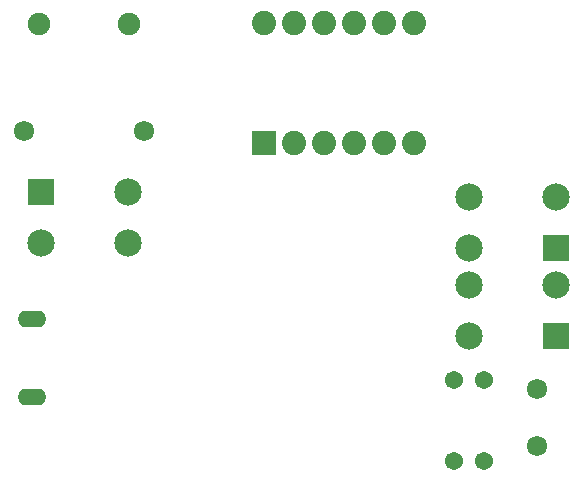
<source format=gbs>
G04 #@! TF.FileFunction,Soldermask,Bot*
%FSLAX46Y46*%
G04 Gerber Fmt 4.6, Leading zero omitted, Abs format (unit mm)*
G04 Created by KiCad (PCBNEW 4.0.6) date 2018 January 08, Monday 16:40:28*
%MOMM*%
%LPD*%
G01*
G04 APERTURE LIST*
%ADD10C,0.100000*%
%ADD11R,2.305000X2.305000*%
%ADD12C,2.305000*%
%ADD13R,2.051000X2.051000*%
%ADD14C,2.051000*%
%ADD15O,2.432000X1.416000*%
%ADD16C,1.898600*%
%ADD17C,1.720800*%
%ADD18C,1.543000*%
G04 APERTURE END LIST*
D10*
D11*
X119317000Y-69441000D03*
D12*
X119317000Y-73759000D03*
X126683000Y-73759000D03*
X126683000Y-69441000D03*
D11*
X162863000Y-81639000D03*
D12*
X162863000Y-77321000D03*
X155497000Y-77321000D03*
X155497000Y-81639000D03*
D11*
X162863000Y-74139000D03*
D12*
X162863000Y-69821000D03*
X155497000Y-69821000D03*
X155497000Y-74139000D03*
D13*
X138200000Y-65300000D03*
D14*
X140740000Y-65300000D03*
X143280000Y-65300000D03*
X145820000Y-65300000D03*
X148360000Y-65300000D03*
X150900000Y-65300000D03*
X150900000Y-55140000D03*
X148360000Y-55140000D03*
X145820000Y-55140000D03*
X143280000Y-55140000D03*
X140740000Y-55140000D03*
X138200000Y-55140000D03*
D15*
X118500000Y-80201660D03*
X118500000Y-86800580D03*
D16*
X119100160Y-55200000D03*
X126699840Y-55200000D03*
D17*
X117847000Y-64300000D03*
X128007000Y-64300000D03*
D18*
X154230000Y-92240000D03*
X156770000Y-92240000D03*
X154230000Y-85360000D03*
X156770000Y-85360000D03*
D17*
X161240000Y-90933000D03*
X161240000Y-86107000D03*
M02*

</source>
